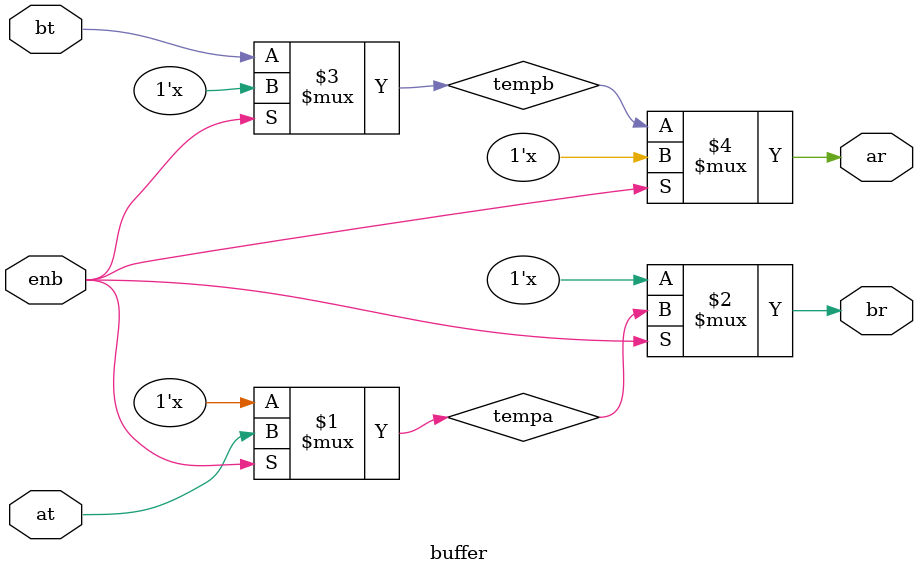
<source format=v>
module buffer(input at,bt,enb, output ar,br);
wire tempa,tempb;
assign tempa = enb ? at : 1'bz;
assign br = enb ? tempa : 1'bz;
assign tempb = enb ? 1'bz : bt;
assign ar = enb ? 1'bz : tempb;
endmodule 
</source>
